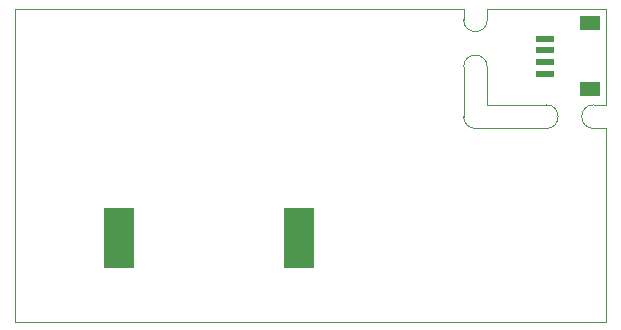
<source format=gbr>
%TF.GenerationSoftware,KiCad,Pcbnew,6.0.10-86aedd382b~118~ubuntu22.04.1*%
%TF.CreationDate,2023-01-11T10:16:45+01:00*%
%TF.ProjectId,nuc-compute-cluster-environment-sensor,6e75632d-636f-46d7-9075-74652d636c75,rev?*%
%TF.SameCoordinates,Original*%
%TF.FileFunction,Paste,Bot*%
%TF.FilePolarity,Positive*%
%FSLAX46Y46*%
G04 Gerber Fmt 4.6, Leading zero omitted, Abs format (unit mm)*
G04 Created by KiCad (PCBNEW 6.0.10-86aedd382b~118~ubuntu22.04.1) date 2023-01-11 10:16:45 commit a17aeb8*
%MOMM*%
%LPD*%
G01*
G04 APERTURE LIST*
%TA.AperFunction,Profile*%
%ADD10C,0.100000*%
%TD*%
%ADD11R,1.550000X0.600000*%
%ADD12R,1.800000X1.200000*%
%ADD13R,2.500000X5.100000*%
G04 APERTURE END LIST*
D10*
X50000000Y18350000D02*
X50000000Y26500000D01*
X48950000Y18350000D02*
G75*
G03*
X48950000Y16350000I0J-1000000D01*
G01*
X44950000Y16350000D02*
G75*
G03*
X44950000Y18350000I0J1000000D01*
G01*
X50000000Y16350000D02*
X50000000Y0D01*
X39950000Y26500000D02*
X50000000Y26500000D01*
X0Y26500000D02*
X0Y0D01*
X48950000Y16350000D02*
X50000000Y16350000D01*
X37950000Y26500000D02*
X0Y26500000D01*
X37948194Y17351594D02*
G75*
G03*
X38948209Y16351594I1000006J6D01*
G01*
X39950000Y18350000D02*
X44950000Y18350000D01*
X39950000Y18350000D02*
X39950000Y21550000D01*
X37950000Y25550000D02*
X37950000Y26500000D01*
X37950000Y21550000D02*
X37948209Y17351594D01*
X39950000Y21550000D02*
G75*
G03*
X37950000Y21550000I-1000000J0D01*
G01*
X48950000Y18350000D02*
X50000000Y18350000D01*
X39950000Y25550000D02*
X39950000Y26500000D01*
X37950000Y25550000D02*
G75*
G03*
X39950000Y25550000I1000000J0D01*
G01*
X38948209Y16351594D02*
X44950000Y16350000D01*
X0Y0D02*
X50000000Y0D01*
D11*
%TO.C,J3*%
X44800000Y23950000D03*
X44800000Y22950000D03*
X44800000Y21950000D03*
X44800000Y20950000D03*
D12*
X48675000Y25250000D03*
X48675000Y19650000D03*
%TD*%
D13*
%TO.C,BAT1*%
X8750000Y7050000D03*
X24050000Y7050000D03*
%TD*%
M02*

</source>
